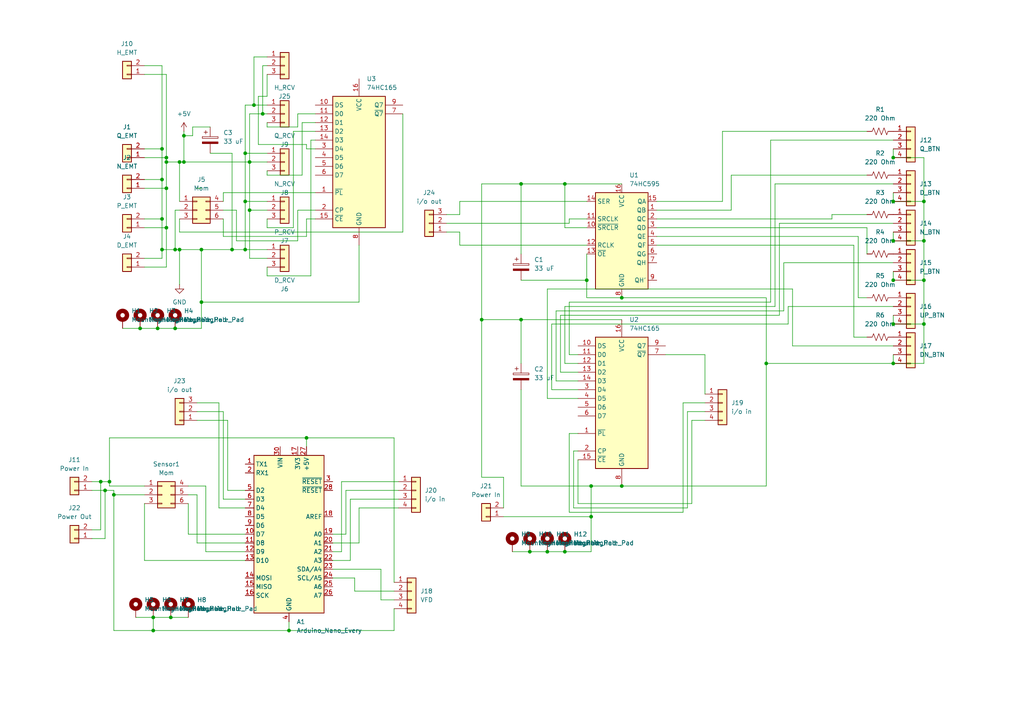
<source format=kicad_sch>
(kicad_sch (version 20250114) (generator "eeschema") (generator_version "9.0")
  (paper "A4")
  (lib_symbols
    (symbol "74xx:74HC165"
      (property "Reference" "U" (at -7.62 19.05 0))
      (property "Value" "74HC165" (at -7.62 -21.59 0))
      (symbol "74HC165_1_0"
        (pin input line (at -12.7 15.24 0) (length 5.08) (name "DS") (number "10"))
        (pin input line (at -12.7 12.7 0) (length 5.08) (name "D0") (number "11"))
        (pin input line (at -12.7 10.16 0) (length 5.08) (name "D1") (number "12"))
        (pin input line (at -12.7 7.62 0) (length 5.08) (name "D2") (number "13"))
        (pin input line (at -12.7 5.08 0) (length 5.08) (name "D3") (number "14"))
        (pin input line (at -12.7 2.54 0) (length 5.08) (name "D4") (number "3"))
        (pin input line (at -12.7 0 0) (length 5.08) (name "D5") (number "4"))
        (pin input line (at -12.7 -2.54 0) (length 5.08) (name "D6") (number "5"))
        (pin input line (at -12.7 -5.08 0) (length 5.08) (name "D7") (number "6"))
        (pin input line (at -12.7 -10.16 0) (length 5.08) (name "~{PL}") (number "1"))
        (pin input line (at -12.7 -15.24 0) (length 5.08) (name "CP") (number "2"))
        (pin input line (at -12.7 -17.78 0) (length 5.08) (name "~{CE}") (number "15"))
        (pin power_in line (at 0 22.86 270) (length 5.08) (name "VCC") (number "16"))
        (pin power_in line (at 0 -25.4 90) (length 5.08) (name "GND") (number "8"))
        (pin output line (at 12.7 15.24 180) (length 5.08) (name "Q7") (number "9"))
        (pin output line (at 12.7 12.7 180) (length 5.08) (name "~{Q7}") (number "7"))
      )
      (symbol "74HC165_1_1"
        (rectangle (start -7.62 17.78) (end 7.62 -20.32) (stroke (width 0.254)) (fill (type background)))
      )
    )
    (symbol "74xx:74HC595"
      (property "Reference" "U" (at -7.62 13.97 0))
      (property "Value" "74HC595" (at -7.62 -16.51 0))
      (symbol "74HC595_1_0"
        (pin input line (at -10.16 10.16 0) (length 2.54) (name "SER") (number "14"))
        (pin input line (at -10.16 5.08 0) (length 2.54) (name "SRCLK") (number "11"))
        (pin input line (at -10.16 2.54 0) (length 2.54) (name "~{SRCLR}") (number "10"))
        (pin input line (at -10.16 -2.54 0) (length 2.54) (name "RCLK") (number "12"))
        (pin input line (at -10.16 -5.08 0) (length 2.54) (name "~{OE}") (number "13"))
        (pin power_in line (at 0 15.24 270) (length 2.54) (name "VCC") (number "16"))
        (pin power_in line (at 0 -17.78 90) (length 2.54) (name "GND") (number "8"))
        (pin tri_state line (at 10.16 10.16 180) (length 2.54) (name "QA") (number "15"))
        (pin tri_state line (at 10.16 7.62 180) (length 2.54) (name "QB") (number "1"))
        (pin tri_state line (at 10.16 5.08 180) (length 2.54) (name "QC") (number "2"))
        (pin tri_state line (at 10.16 2.54 180) (length 2.54) (name "QD") (number "3"))
        (pin tri_state line (at 10.16 0 180) (length 2.54) (name "QE") (number "4"))
        (pin tri_state line (at 10.16 -2.54 180) (length 2.54) (name "QF") (number "5"))
        (pin tri_state line (at 10.16 -5.08 180) (length 2.54) (name "QG") (number "6"))
        (pin tri_state line (at 10.16 -7.62 180) (length 2.54) (name "QH") (number "7"))
        (pin output line (at 10.16 -12.7 180) (length 2.54) (name "QH'") (number "9"))
      )
      (symbol "74HC595_1_1"
        (rectangle (start -7.62 12.7) (end 7.62 -15.24) (stroke (width 0.254)) (fill (type background)))
      )
    )
    (symbol "Conn_01x02_1" (pin_names (offset 1.016) (hide yes))
      (property "Reference" "J" (at 0 2.54 0))
      (property "Value" "Conn_01x02" (at 0 -5.08 0))
      (symbol "Conn_01x02_1_1_1"
        (rectangle (start -1.27 1.27) (end 1.27 -3.81) (stroke (width 0.254)) (fill (type background)))
        (rectangle (start -1.27 0.127) (end 0 -0.127) (stroke (width 0.1524)))
        (rectangle (start -1.27 -2.413) (end 0 -2.667) (stroke (width 0.1524)))
        (pin passive line (at -5.08 0 0) (length 3.81) (name "Pin_1") (number "1"))
        (pin passive line (at -5.08 -2.54 0) (length 3.81) (name "Pin_2") (number "2"))
      )
    )
    (symbol "Connector_Generic:Conn_01x02" (pin_names (offset 1.016) (hide yes))
      (property "Reference" "J" (at 0 2.54 0))
      (property "Value" "Conn_01x02" (at 0 -5.08 0))
      (symbol "Conn_01x02_1_1"
        (rectangle (start -1.27 1.27) (end 1.27 -3.81) (stroke (width 0.254)) (fill (type background)))
        (rectangle (start -1.27 0.127) (end 0 -0.127) (stroke (width 0.1524)))
        (rectangle (start -1.27 -2.413) (end 0 -2.667) (stroke (width 0.1524)))
        (pin passive line (at -5.08 0 0) (length 3.81) (name "Pin_1") (number "1"))
        (pin passive line (at -5.08 -2.54 0) (length 3.81) (name "Pin_2") (number "2"))
      )
    )
    (symbol "Connector_Generic:Conn_01x03" (pin_names (offset 1.016) (hide yes))
      (property "Reference" "J" (at 0 5.08 0))
      (property "Value" "Conn_01x03" (at 0 -5.08 0))
      (symbol "Conn_01x03_1_1"
        (rectangle (start -1.27 3.81) (end 1.27 -3.81) (stroke (width 0.254)) (fill (type background)))
        (rectangle (start -1.27 2.667) (end 0 2.413) (stroke (width 0.1524)))
        (rectangle (start -1.27 0.127) (end 0 -0.127) (stroke (width 0.1524)))
        (rectangle (start -1.27 -2.413) (end 0 -2.667) (stroke (width 0.1524)))
        (pin passive line (at -5.08 2.54 0) (length 3.81) (name "Pin_1") (number "1"))
        (pin passive line (at -5.08 0 0) (length 3.81) (name "Pin_2") (number "2"))
        (pin passive line (at -5.08 -2.54 0) (length 3.81) (name "Pin_3") (number "3"))
      )
    )
    (symbol "Connector_Generic:Conn_01x04" (pin_names (offset 1.016) (hide yes))
      (property "Reference" "J" (at 0 5.08 0))
      (property "Value" "Conn_01x04" (at 0 -7.62 0))
      (symbol "Conn_01x04_1_1"
        (rectangle (start -1.27 3.81) (end 1.27 -6.35) (stroke (width 0.254)) (fill (type background)))
        (rectangle (start -1.27 2.667) (end 0 2.413) (stroke (width 0.1524)))
        (rectangle (start -1.27 0.127) (end 0 -0.127) (stroke (width 0.1524)))
        (rectangle (start -1.27 -2.413) (end 0 -2.667) (stroke (width 0.1524)))
        (rectangle (start -1.27 -4.953) (end 0 -5.207) (stroke (width 0.1524)))
        (pin passive line (at -5.08 2.54 0) (length 3.81) (name "Pin_1") (number "1"))
        (pin passive line (at -5.08 0 0) (length 3.81) (name "Pin_2") (number "2"))
        (pin passive line (at -5.08 -2.54 0) (length 3.81) (name "Pin_3") (number "3"))
        (pin passive line (at -5.08 -5.08 0) (length 3.81) (name "Pin_4") (number "4"))
      )
    )
    (symbol "Connector_Generic:Conn_02x03_Top_Bottom" (pin_names (offset 1.016) (hide yes))
      (property "Reference" "J" (at 1.27 5.08 0))
      (property "Value" "Conn_02x03_Top_Bottom" (at 1.27 -5.08 0))
      (symbol "Conn_02x03_Top_Bottom_1_1"
        (rectangle (start -1.27 3.81) (end 3.81 -3.81) (stroke (width 0.254)) (fill (type background)))
        (rectangle (start -1.27 2.667) (end 0 2.413) (stroke (width 0.1524)))
        (rectangle (start -1.27 0.127) (end 0 -0.127) (stroke (width 0.1524)))
        (rectangle (start -1.27 -2.413) (end 0 -2.667) (stroke (width 0.1524)))
        (rectangle (start 3.81 2.667) (end 2.54 2.413) (stroke (width 0.1524)))
        (rectangle (start 3.81 0.127) (end 2.54 -0.127) (stroke (width 0.1524)))
        (rectangle (start 3.81 -2.413) (end 2.54 -2.667) (stroke (width 0.1524)))
        (pin passive line (at -5.08 2.54 0) (length 3.81) (name "Pin_1") (number "1"))
        (pin passive line (at -5.08 0 0) (length 3.81) (name "Pin_2") (number "2"))
        (pin passive line (at -5.08 -2.54 0) (length 3.81) (name "Pin_3") (number "3"))
        (pin passive line (at 7.62 2.54 180) (length 3.81) (name "Pin_4") (number "4"))
        (pin passive line (at 7.62 0 180) (length 3.81) (name "Pin_5") (number "5"))
        (pin passive line (at 7.62 -2.54 180) (length 3.81) (name "Pin_6") (number "6"))
      )
    )
    (symbol "Device:C_Polarized" (pin_numbers (hide yes)) (pin_names (offset 0.254))
      (property "Reference" "C" (at 0.635 2.54 0))
      (property "Value" "C_Polarized" (at 0.635 -2.54 0))
      (symbol "C_Polarized_0_1"
        (rectangle (start -2.286 0.508) (end 2.286 1.016))
        (polyline (pts (xy -1.778 2.286) (xy -0.762 2.286)))
        (polyline (pts (xy -1.27 2.794) (xy -1.27 1.778)))
        (rectangle (start 2.286 -0.508) (end -2.286 -1.016) (fill (type outline)))
      )
      (symbol "C_Polarized_1_1"
        (pin passive line (at 0 3.81 270) (length 2.794) (name "~") (number "1"))
        (pin passive line (at 0 -3.81 90) (length 2.794) (name "~") (number "2"))
      )
    )
    (symbol "Device:R_US" (pin_numbers (hide yes)) (pin_names (offset 0))
      (property "Reference" "R" (at 2.54 0 90))
      (property "Value" "R_US" (at -2.54 0 90))
      (symbol "R_US_0_1"
        (polyline (pts (xy 0 2.286) (xy 0 2.54)))
        (polyline (pts (xy 0 2.286) (xy 1.016 1.905) (xy 0 1.524) (xy -1.016 1.143) (xy 0 0.762)))
        (polyline (pts (xy 0 0.762) (xy 1.016 0.381) (xy 0 0) (xy -1.016 -0.381) (xy 0 -0.762)))
        (polyline (pts (xy 0 -0.762) (xy 1.016 -1.143) (xy 0 -1.524) (xy -1.016 -1.905) (xy 0 -2.286)))
        (polyline (pts (xy 0 -2.286) (xy 0 -2.54)))
      )
      (symbol "R_US_1_1"
        (pin passive line (at 0 3.81 270) (length 1.27) (name "~") (number "1"))
        (pin passive line (at 0 -3.81 90) (length 1.27) (name "~") (number "2"))
      )
    )
    (symbol "MCU_Module:Arduino_Nano_Every"
      (property "Reference" "A" (at -10.16 23.495 0))
      (property "Value" "Arduino_Nano_Every" (at 5.08 -24.13 0))
      (symbol "Arduino_Nano_Every_0_1"
        (rectangle (start -10.16 22.86) (end 10.16 -22.86) (stroke (width 0.254)) (fill (type background)))
      )
      (symbol "Arduino_Nano_Every_1_1"
        (pin bidirectional line (at -12.7 20.32 0) (length 2.54) (name "TX1") (number "1"))
        (pin bidirectional line (at -12.7 17.78 0) (length 2.54) (name "RX1") (number "2"))
        (pin bidirectional line (at -12.7 12.7 0) (length 2.54) (name "D2") (number "5"))
        (pin bidirectional line (at -12.7 10.16 0) (length 2.54) (name "D3") (number "6"))
        (pin bidirectional line (at -12.7 7.62 0) (length 2.54) (name "D4") (number "7"))
        (pin bidirectional line (at -12.7 5.08 0) (length 2.54) (name "D5") (number "8"))
        (pin bidirectional line (at -12.7 2.54 0) (length 2.54) (name "D6") (number "9"))
        (pin bidirectional line (at -12.7 0 0) (length 2.54) (name "D7") (number "10"))
        (pin bidirectional line (at -12.7 -2.54 0) (length 2.54) (name "D8") (number "11"))
        (pin bidirectional line (at -12.7 -5.08 0) (length 2.54) (name "D9") (number "12"))
        (pin bidirectional line (at -12.7 -7.62 0) (length 2.54) (name "D10") (number "13"))
        (pin bidirectional line (at -12.7 -12.7 0) (length 2.54) (name "MOSI") (number "14"))
        (pin bidirectional line (at -12.7 -15.24 0) (length 2.54) (name "MISO") (number "15"))
        (pin bidirectional line (at -12.7 -17.78 0) (length 2.54) (name "SCK") (number "16"))
        (pin power_in line (at -2.54 25.4 270) (length 2.54) (name "VIN") (number "30"))
        (pin passive line (at 0 -25.4 90) (length 2.54) (hide yes) (name "GND") (number "29"))
        (pin power_in line (at 0 -25.4 90) (length 2.54) (name "GND") (number "4"))
        (pin power_out line (at 2.54 25.4 270) (length 2.54) (name "3V3") (number "17"))
        (pin power_out line (at 5.08 25.4 270) (length 2.54) (name "+5V") (number "27"))
        (pin input line (at 12.7 15.24 180) (length 2.54) (name "~{RESET}") (number "3"))
        (pin input line (at 12.7 12.7 180) (length 2.54) (name "~{RESET}") (number "28"))
        (pin input line (at 12.7 5.08 180) (length 2.54) (name "AREF") (number "18"))
        (pin bidirectional line (at 12.7 0 180) (length 2.54) (name "A0") (number "19"))
        (pin bidirectional line (at 12.7 -2.54 180) (length 2.54) (name "A1") (number "20"))
        (pin bidirectional line (at 12.7 -5.08 180) (length 2.54) (name "A2") (number "21"))
        (pin bidirectional line (at 12.7 -7.62 180) (length 2.54) (name "A3") (number "22"))
        (pin bidirectional line (at 12.7 -10.16 180) (length 2.54) (name "SDA/A4") (number "23"))
        (pin bidirectional line (at 12.7 -12.7 180) (length 2.54) (name "SCL/A5") (number "24"))
        (pin bidirectional line (at 12.7 -15.24 180) (length 2.54) (name "A6") (number "25"))
        (pin bidirectional line (at 12.7 -17.78 180) (length 2.54) (name "A7") (number "26"))
      )
    )
    (symbol "Mechanical:MountingHole_Pad" (pin_numbers (hide yes)) (pin_names (offset 1.016) (hide yes)) (exclude_from_sim yes) (in_bom no)
      (property "Reference" "H" (at 0 6.35 0))
      (property "Value" "MountingHole_Pad" (at 0 4.445 0))
      (symbol "MountingHole_Pad_0_1"
        (circle (center 0 1.27) (radius 1.27) (stroke (width 1.27)))
      )
      (symbol "MountingHole_Pad_1_1"
        (pin input line (at 0 -2.54 90) (length 2.54) (name "1") (number "1"))
      )
    )
    (symbol "power:+5V" (power) (pin_numbers (hide yes)) (pin_names (offset 0) (hide yes))
      (property "Value" "+5V" (at 0 3.556 0))
      (symbol "+5V_0_1"
        (polyline (pts (xy -0.762 1.27) (xy 0 2.54)))
        (polyline (pts (xy 0 2.54) (xy 0.762 1.27)))
        (polyline (pts (xy 0 0) (xy 0 2.54)))
      )
      (symbol "+5V_1_1"
        (pin power_in line (at 0 0 90) (length 0) (name "~") (number "1"))
      )
    )
    (symbol "power:GND" (power) (pin_numbers (hide yes)) (pin_names (offset 0) (hide yes))
      (property "Value" "GND" (at 0 -3.81 0))
      (symbol "GND_0_1"
        (polyline (pts (xy 0 0) (xy 0 -1.27) (xy 1.27 -1.27) (xy 0 -2.54) (xy -1.27 -1.27) (xy 0 -1.27)))
      )
      (symbol "GND_1_1"
        (pin power_in line (at 0 0 270) (length 0) (name "~") (number "1"))
      )
    )
  )
  (junction (at 48.26 66.04))
  (junction (at 267.97 69.85))
  (junction (at 53.34 39.37))
  (junction (at 139.7 92.71))
  (junction (at 71.12 72.39))
  (junction (at 163.83 160.02))
  (junction (at 151.13 53.34))
  (junction (at 71.12 58.42))
  (junction (at 153.67 160.02))
  (junction (at 48.26 46.99))
  (junction (at 73.66 30.48))
  (junction (at 58.42 87.63))
  (junction (at 180.34 86.36))
  (junction (at 44.45 182.88))
  (junction (at 76.2 33.02))
  (junction (at 67.31 72.39))
  (junction (at 30.48 142.24))
  (junction (at 259.08 105.41))
  (junction (at 72.39 60.96))
  (junction (at 49.53 179.07))
  (junction (at 58.42 72.39))
  (junction (at 170.18 81.28))
  (junction (at 33.02 143.51))
  (junction (at 259.08 93.98))
  (junction (at 259.08 58.42))
  (junction (at 29.21 139.7))
  (junction (at 52.07 72.39))
  (junction (at 48.26 54.61))
  (junction (at 88.9 127))
  (junction (at 267.97 93.98))
  (junction (at 267.97 81.28))
  (junction (at 50.8 95.25))
  (junction (at 259.08 45.72))
  (junction (at 171.45 140.97))
  (junction (at 45.72 95.25))
  (junction (at 46.99 43.18))
  (junction (at 72.39 46.99))
  (junction (at 259.08 81.28))
  (junction (at 83.82 182.88))
  (junction (at 46.99 52.07))
  (junction (at 171.45 149.86))
  (junction (at 46.99 72.39))
  (junction (at 40.64 95.25))
  (junction (at 163.83 53.34))
  (junction (at 31.75 139.7))
  (junction (at 44.45 179.07))
  (junction (at 180.34 140.97))
  (junction (at 52.07 46.99))
  (junction (at 50.8 72.39))
  (junction (at 53.34 46.99))
  (junction (at 48.26 45.72))
  (junction (at 151.13 92.71))
  (junction (at 46.99 63.5))
  (junction (at 71.12 44.45))
  (junction (at 267.97 58.42))
  (junction (at 259.08 69.85))
  (junction (at 158.75 160.02))
  (junction (at 222.25 105.41))
  (wire (pts (xy 96.52 162.56) (xy 101.6 162.56)))
  (wire (pts (xy 64.77 68.58) (xy 64.77 63.5)))
  (wire (pts (xy 88.9 41.91) (xy 88.9 43.18)))
  (wire (pts (xy 165.1 125.73) (xy 165.1 148.59)))
  (wire (pts (xy 133.35 71.12) (xy 133.35 67.31)))
  (wire (pts (xy 76.2 19.05) (xy 76.2 33.02)))
  (wire (pts (xy 167.64 105.41) (xy 163.83 105.41)))
  (wire (pts (xy 228.6 88.9) (xy 228.6 93.98)))
  (wire (pts (xy 26.67 156.21) (xy 30.48 156.21)))
  (wire (pts (xy 44.45 179.07) (xy 44.45 182.88)))
  (wire (pts (xy 199.39 147.32) (xy 199.39 119.38)))
  (wire (pts (xy 209.55 58.42) (xy 209.55 38.1)))
  (wire (pts (xy 64.77 144.78) (xy 71.12 144.78)))
  (wire (pts (xy 41.91 77.47) (xy 48.26 77.47)))
  (wire (pts (xy 86.36 36.83) (xy 86.36 33.02)))
  (wire (pts (xy 52.07 72.39) (xy 52.07 82.55)))
  (wire (pts (xy 222.25 86.36) (xy 180.34 86.36)))
  (wire (pts (xy 30.48 156.21) (xy 30.48 142.24)))
  (wire (pts (xy 50.8 95.25) (xy 58.42 95.25)))
  (wire (pts (xy 77.47 58.42) (xy 71.12 58.42)))
  (wire (pts (xy 151.13 92.71) (xy 180.34 92.71)))
  (wire (pts (xy 96.52 157.48) (xy 104.14 157.48)))
  (wire (pts (xy 41.91 43.18) (xy 46.99 43.18)))
  (wire (pts (xy 67.31 72.39) (xy 58.42 72.39)))
  (wire (pts (xy 259.08 67.31) (xy 259.08 69.85)))
  (wire (pts (xy 77.47 80.01) (xy 77.47 77.47)))
  (wire (pts (xy 66.04 121.92) (xy 57.15 121.92)))
  (wire (pts (xy 63.5 147.32) (xy 63.5 116.84)))
  (wire (pts (xy 226.06 91.44) (xy 162.56 91.44)))
  (wire (pts (xy 267.97 105.41) (xy 259.08 105.41)))
  (wire (pts (xy 148.59 160.02) (xy 153.67 160.02)))
  (wire (pts (xy 101.6 162.56) (xy 101.6 144.78)))
  (wire (pts (xy 267.97 81.28) (xy 267.97 93.98)))
  (wire (pts (xy 139.7 138.43) (xy 146.05 138.43)))
  (wire (pts (xy 259.08 88.9) (xy 228.6 88.9)))
  (wire (pts (xy 52.07 46.99) (xy 53.34 46.99)))
  (wire (pts (xy 267.97 69.85) (xy 259.08 69.85)))
  (wire (pts (xy 48.26 45.72) (xy 48.26 46.99)))
  (wire (pts (xy 88.9 68.58) (xy 64.77 68.58)))
  (wire (pts (xy 44.45 179.07) (xy 49.53 179.07)))
  (wire (pts (xy 64.77 119.38) (xy 64.77 144.78)))
  (wire (pts (xy 46.99 74.93) (xy 46.99 72.39)))
  (wire (pts (xy 31.75 127) (xy 88.9 127)))
  (wire (pts (xy 171.45 140.97) (xy 180.34 140.97)))
  (wire (pts (xy 259.08 43.18) (xy 259.08 45.72)))
  (wire (pts (xy 104.14 147.32) (xy 115.57 147.32)))
  (wire (pts (xy 158.75 160.02) (xy 163.83 160.02)))
  (wire (pts (xy 170.18 58.42) (xy 133.35 58.42)))
  (wire (pts (xy 110.49 173.99) (xy 110.49 165.1)))
  (wire (pts (xy 133.35 58.42) (xy 133.35 62.23)))
  (wire (pts (xy 167.64 102.87) (xy 165.1 102.87)))
  (wire (pts (xy 259.08 78.74) (xy 259.08 81.28)))
  (wire (pts (xy 53.34 39.37) (xy 53.34 38.1)))
  (wire (pts (xy 59.69 140.97) (xy 59.69 160.02)))
  (wire (pts (xy 158.75 83.82) (xy 229.87 83.82)))
  (wire (pts (xy 71.12 30.48) (xy 71.12 44.45)))
  (wire (pts (xy 222.25 105.41) (xy 222.25 140.97)))
  (wire (pts (xy 139.7 92.71) (xy 151.13 92.71)))
  (wire (pts (xy 46.99 19.05) (xy 46.99 43.18)))
  (wire (pts (xy 35.56 95.25) (xy 40.64 95.25)))
  (wire (pts (xy 41.91 66.04) (xy 48.26 66.04)))
  (wire (pts (xy 77.47 35.56) (xy 77.47 36.83)))
  (wire (pts (xy 31.75 140.97) (xy 41.91 140.97)))
  (wire (pts (xy 50.8 60.96) (xy 50.8 72.39)))
  (wire (pts (xy 165.1 148.59) (xy 198.12 148.59)))
  (wire (pts (xy 85.09 38.1) (xy 91.44 38.1)))
  (wire (pts (xy 163.83 53.34) (xy 180.34 53.34)))
  (wire (pts (xy 54.61 146.05) (xy 54.61 154.94)))
  (wire (pts (xy 167.64 110.49) (xy 161.29 110.49)))
  (wire (pts (xy 165.1 87.63) (xy 223.52 87.63)))
  (wire (pts (xy 33.02 143.51) (xy 33.02 182.88)))
  (wire (pts (xy 74.93 27.94) (xy 74.93 41.91)))
  (wire (pts (xy 163.83 88.9) (xy 224.79 88.9)))
  (wire (pts (xy 151.13 81.28) (xy 170.18 81.28)))
  (wire (pts (xy 170.18 73.66) (xy 170.18 81.28)))
  (wire (pts (xy 165.1 102.87) (xy 165.1 87.63)))
  (wire (pts (xy 77.47 50.8) (xy 87.63 50.8)))
  (wire (pts (xy 41.91 45.72) (xy 48.26 45.72)))
  (wire (pts (xy 71.12 72.39) (xy 67.31 72.39)))
  (wire (pts (xy 54.61 154.94) (xy 71.12 154.94)))
  (wire (pts (xy 85.09 66.04) (xy 85.09 38.1)))
  (wire (pts (xy 110.49 165.1) (xy 96.52 165.1)))
  (wire (pts (xy 133.35 67.31) (xy 129.54 67.31)))
  (wire (pts (xy 100.33 142.24) (xy 115.57 142.24)))
  (wire (pts (xy 162.56 91.44) (xy 162.56 107.95)))
  (wire (pts (xy 71.12 58.42) (xy 71.12 72.39)))
  (wire (pts (xy 223.52 40.64) (xy 259.08 40.64)))
  (wire (pts (xy 190.5 58.42) (xy 209.55 58.42)))
  (wire (pts (xy 165.1 63.5) (xy 170.18 63.5)))
  (wire (pts (xy 77.47 74.93) (xy 72.39 74.93)))
  (wire (pts (xy 160.02 113.03) (xy 167.64 113.03)))
  (wire (pts (xy 71.12 44.45) (xy 71.12 58.42)))
  (wire (pts (xy 167.64 130.81) (xy 166.37 130.81)))
  (wire (pts (xy 77.47 27.94) (xy 74.93 27.94)))
  (wire (pts (xy 223.52 87.63) (xy 223.52 40.64)))
  (wire (pts (xy 229.87 83.82) (xy 229.87 100.33)))
  (wire (pts (xy 86.36 69.85) (xy 86.36 60.96)))
  (wire (pts (xy 41.91 52.07) (xy 46.99 52.07)))
  (wire (pts (xy 83.82 180.34) (xy 83.82 182.88)))
  (wire (pts (xy 227.33 76.2) (xy 259.08 76.2)))
  (wire (pts (xy 66.04 142.24) (xy 71.12 142.24)))
  (wire (pts (xy 76.2 33.02) (xy 72.39 33.02)))
  (wire (pts (xy 52.07 63.5) (xy 52.07 67.31)))
  (wire (pts (xy 64.77 58.42) (xy 64.77 55.88)))
  (wire (pts (xy 52.07 46.99) (xy 52.07 58.42)))
  (wire (pts (xy 46.99 63.5) (xy 46.99 72.39)))
  (wire (pts (xy 88.9 43.18) (xy 91.44 43.18)))
  (wire (pts (xy 267.97 69.85) (xy 267.97 81.28)))
  (wire (pts (xy 77.47 44.45) (xy 71.12 44.45)))
  (wire (pts (xy 114.3 176.53) (xy 114.3 182.88)))
  (wire (pts (xy 129.54 62.23) (xy 133.35 62.23)))
  (wire (pts (xy 267.97 93.98) (xy 267.97 105.41)))
  (wire (pts (xy 104.14 157.48) (xy 104.14 147.32)))
  (wire (pts (xy 267.97 93.98) (xy 259.08 93.98)))
  (wire (pts (xy 166.37 147.32) (xy 199.39 147.32)))
  (wire (pts (xy 151.13 53.34) (xy 151.13 73.66)))
  (wire (pts (xy 151.13 92.71) (xy 151.13 105.41)))
  (wire (pts (xy 77.47 36.83) (xy 86.36 36.83)))
  (wire (pts (xy 31.75 139.7) (xy 31.75 140.97)))
  (wire (pts (xy 83.82 182.88) (xy 114.3 182.88)))
  (wire (pts (xy 248.92 86.36) (xy 251.46 86.36)))
  (wire (pts (xy 241.3 63.5) (xy 241.3 62.23)))
  (wire (pts (xy 167.64 115.57) (xy 158.75 115.57)))
  (wire (pts (xy 161.29 90.17) (xy 227.33 90.17)))
  (wire (pts (xy 146.05 138.43) (xy 146.05 147.32)))
  (wire (pts (xy 72.39 33.02) (xy 72.39 46.99)))
  (wire (pts (xy 53.34 46.99) (xy 53.34 39.37)))
  (wire (pts (xy 139.7 53.34) (xy 151.13 53.34)))
  (wire (pts (xy 77.47 49.53) (xy 77.47 50.8)))
  (wire (pts (xy 60.96 44.45) (xy 67.31 44.45)))
  (wire (pts (xy 88.9 127) (xy 88.9 129.54)))
  (wire (pts (xy 40.64 95.25) (xy 45.72 95.25)))
  (wire (pts (xy 73.66 30.48) (xy 71.12 30.48)))
  (wire (pts (xy 45.72 95.25) (xy 50.8 95.25)))
  (wire (pts (xy 72.39 46.99) (xy 72.39 60.96)))
  (wire (pts (xy 52.07 67.31) (xy 116.84 67.31)))
  (wire (pts (xy 259.08 105.41) (xy 222.25 105.41)))
  (wire (pts (xy 247.65 71.12) (xy 247.65 97.79)))
  (wire (pts (xy 166.37 130.81) (xy 166.37 147.32)))
  (wire (pts (xy 26.67 153.67) (xy 29.21 153.67)))
  (wire (pts (xy 86.36 33.02) (xy 91.44 33.02)))
  (wire (pts (xy 259.08 45.72) (xy 267.97 45.72)))
  (wire (pts (xy 190.5 60.96) (xy 212.09 60.96)))
  (wire (pts (xy 73.66 16.51) (xy 77.47 16.51)))
  (wire (pts (xy 41.91 21.59) (xy 48.26 21.59)))
  (wire (pts (xy 212.09 60.96) (xy 212.09 50.8)))
  (wire (pts (xy 104.14 71.12) (xy 104.14 87.63)))
  (wire (pts (xy 60.96 36.83) (xy 55.88 36.83)))
  (wire (pts (xy 77.47 33.02) (xy 76.2 33.02)))
  (wire (pts (xy 77.47 46.99) (xy 72.39 46.99)))
  (wire (pts (xy 44.45 182.88) (xy 83.82 182.88)))
  (wire (pts (xy 151.13 140.97) (xy 171.45 140.97)))
  (wire (pts (xy 241.3 62.23) (xy 251.46 62.23)))
  (wire (pts (xy 204.47 102.87) (xy 204.47 114.3)))
  (wire (pts (xy 48.26 54.61) (xy 48.26 46.99)))
  (wire (pts (xy 57.15 54.61) (xy 58.42 54.61)))
  (wire (pts (xy 165.1 64.77) (xy 165.1 63.5)))
  (wire (pts (xy 167.64 146.05) (xy 200.66 146.05)))
  (wire (pts (xy 41.91 146.05) (xy 41.91 162.56)))
  (wire (pts (xy 163.83 105.41) (xy 163.83 88.9)))
  (wire (pts (xy 247.65 97.79) (xy 251.46 97.79)))
  (wire (pts (xy 58.42 87.63) (xy 58.42 72.39)))
  (wire (pts (xy 77.47 66.04) (xy 85.09 66.04)))
  (wire (pts (xy 77.47 30.48) (xy 73.66 30.48)))
  (wire (pts (xy 224.79 88.9) (xy 224.79 53.34)))
  (wire (pts (xy 55.88 36.83) (xy 55.88 39.37)))
  (wire (pts (xy 222.25 140.97) (xy 180.34 140.97)))
  (wire (pts (xy 114.3 127) (xy 114.3 168.91)))
  (wire (pts (xy 77.47 72.39) (xy 71.12 72.39)))
  (wire (pts (xy 209.55 38.1) (xy 251.46 38.1)))
  (wire (pts (xy 102.87 167.64) (xy 96.52 167.64)))
  (wire (pts (xy 259.08 55.88) (xy 259.08 58.42)))
  (wire (pts (xy 30.48 142.24) (xy 33.02 142.24)))
  (wire (pts (xy 160.02 93.98) (xy 160.02 113.03)))
  (wire (pts (xy 46.99 52.07) (xy 46.99 63.5)))
  (wire (pts (xy 31.75 127) (xy 31.75 139.7)))
  (wire (pts (xy 222.25 105.41) (xy 222.25 86.36)))
  (wire (pts (xy 58.42 72.39) (xy 52.07 72.39)))
  (wire (pts (xy 114.3 173.99) (xy 110.49 173.99)))
  (wire (pts (xy 26.67 142.24) (xy 30.48 142.24)))
  (wire (pts (xy 33.02 142.24) (xy 33.02 143.51)))
  (wire (pts (xy 251.46 66.04) (xy 190.5 66.04)))
  (wire (pts (xy 41.91 74.93) (xy 46.99 74.93)))
  (wire (pts (xy 74.93 41.91) (xy 88.9 41.91)))
  (wire (pts (xy 167.64 125.73) (xy 165.1 125.73)))
  (wire (pts (xy 190.5 71.12) (xy 247.65 71.12)))
  (wire (pts (xy 39.37 179.07) (xy 44.45 179.07)))
  (wire (pts (xy 48.26 77.47) (xy 48.26 66.04)))
  (wire (pts (xy 46.99 72.39) (xy 50.8 72.39)))
  (wire (pts (xy 33.02 182.88) (xy 44.45 182.88)))
  (wire (pts (xy 63.5 116.84) (xy 57.15 116.84)))
  (wire (pts (xy 200.66 121.92) (xy 204.47 121.92)))
  (wire (pts (xy 55.88 39.37) (xy 53.34 39.37)))
  (wire (pts (xy 229.87 100.33) (xy 259.08 100.33)))
  (wire (pts (xy 99.06 139.7) (xy 115.57 139.7)))
  (wire (pts (xy 68.58 60.96) (xy 68.58 69.85)))
  (wire (pts (xy 87.63 35.56) (xy 91.44 35.56)))
  (wire (pts (xy 267.97 58.42) (xy 259.08 58.42)))
  (wire (pts (xy 129.54 64.77) (xy 165.1 64.77)))
  (wire (pts (xy 161.29 110.49) (xy 161.29 90.17)))
  (wire (pts (xy 190.5 63.5) (xy 241.3 63.5)))
  (wire (pts (xy 104.14 87.63) (xy 58.42 87.63)))
  (wire (pts (xy 48.26 21.59) (xy 48.26 45.72)))
  (wire (pts (xy 91.44 63.5) (xy 88.9 63.5)))
  (wire (pts (xy 91.44 40.64) (xy 90.17 40.64)))
  (wire (pts (xy 114.3 171.45) (xy 102.87 171.45)))
  (wire (pts (xy 29.21 153.67) (xy 29.21 139.7)))
  (wire (pts (xy 48.26 46.99) (xy 52.07 46.99)))
  (wire (pts (xy 259.08 64.77) (xy 226.06 64.77)))
  (wire (pts (xy 267.97 58.42) (xy 267.97 69.85)))
  (wire (pts (xy 226.06 64.77) (xy 226.06 91.44)))
  (wire (pts (xy 88.9 127) (xy 114.3 127)))
  (wire (pts (xy 99.06 160.02) (xy 99.06 139.7)))
  (wire (pts (xy 77.47 19.05) (xy 76.2 19.05)))
  (wire (pts (xy 58.42 95.25) (xy 58.42 87.63)))
  (wire (pts (xy 54.61 143.51) (xy 57.15 143.51)))
  (wire (pts (xy 198.12 116.84) (xy 204.47 116.84)))
  (wire (pts (xy 163.83 66.04) (xy 163.83 53.34)))
  (wire (pts (xy 224.79 53.34) (xy 259.08 53.34)))
  (wire (pts (xy 100.33 154.94) (xy 100.33 142.24)))
  (wire (pts (xy 59.69 160.02) (xy 71.12 160.02)))
  (wire (pts (xy 41.91 143.51) (xy 33.02 143.51)))
  (wire (pts (xy 228.6 93.98) (xy 160.02 93.98)))
  (wire (pts (xy 139.7 92.71) (xy 139.7 53.34)))
  (wire (pts (xy 171.45 149.86) (xy 171.45 140.97)))
  (wire (pts (xy 212.09 50.8) (xy 251.46 50.8)))
  (wire (pts (xy 167.64 133.35) (xy 167.64 146.05)))
  (wire (pts (xy 170.18 81.28) (xy 170.18 86.36)))
  (wire (pts (xy 64.77 55.88) (xy 91.44 55.88)))
  (wire (pts (xy 66.04 142.24) (xy 66.04 121.92)))
  (wire (pts (xy 198.12 148.59) (xy 198.12 116.84)))
  (wire (pts (xy 57.15 143.51) (xy 57.15 157.48)))
  (wire (pts (xy 267.97 45.72) (xy 267.97 58.42)))
  (wire (pts (xy 193.04 102.87) (xy 204.47 102.87)))
  (wire (pts (xy 227.33 90.17) (xy 227.33 76.2)))
  (wire (pts (xy 48.26 66.04) (xy 48.26 54.61)))
  (wire (pts (xy 139.7 92.71) (xy 139.7 138.43)))
  (wire (pts (xy 26.67 139.7) (xy 29.21 139.7)))
  (wire (pts (xy 158.75 115.57) (xy 158.75 83.82)))
  (wire (pts (xy 72.39 46.99) (xy 53.34 46.99)))
  (wire (pts (xy 170.18 66.04) (xy 163.83 66.04)))
  (wire (pts (xy 90.17 80.01) (xy 77.47 80.01)))
  (wire (pts (xy 52.07 60.96) (xy 50.8 60.96)))
  (wire (pts (xy 163.83 160.02) (xy 171.45 160.02)))
  (wire (pts (xy 49.53 179.07) (xy 54.61 179.07)))
  (wire (pts (xy 88.9 63.5) (xy 88.9 68.58)))
  (wire (pts (xy 57.15 119.38) (xy 64.77 119.38)))
  (wire (pts (xy 162.56 107.95) (xy 167.64 107.95)))
  (wire (pts (xy 267.97 81.28) (xy 259.08 81.28)))
  (wire (pts (xy 68.58 69.85) (xy 86.36 69.85)))
  (wire (pts (xy 151.13 113.03) (xy 151.13 140.97)))
  (wire (pts (xy 67.31 44.45) (xy 67.31 72.39)))
  (wire (pts (xy 259.08 91.44) (xy 259.08 93.98)))
  (wire (pts (xy 170.18 86.36) (xy 180.34 86.36)))
  (wire (pts (xy 170.18 71.12) (xy 133.35 71.12)))
  (wire (pts (xy 77.47 63.5) (xy 77.47 66.04)))
  (wire (pts (xy 41.91 19.05) (xy 46.99 19.05)))
  (wire (pts (xy 146.05 149.86) (xy 171.45 149.86)))
  (wire (pts (xy 41.91 162.56) (xy 71.12 162.56)))
  (wire (pts (xy 96.52 160.02) (xy 99.06 160.02)))
  (wire (pts (xy 153.67 160.02) (xy 158.75 160.02)))
  (wire (pts (xy 171.45 149.86) (xy 171.45 160.02)))
  (wire (pts (xy 50.8 72.39) (xy 52.07 72.39)))
  (wire (pts (xy 54.61 140.97) (xy 59.69 140.97)))
  (wire (pts (xy 41.91 54.61) (xy 48.26 54.61)))
  (wire (pts (xy 199.39 119.38) (xy 204.47 119.38)))
  (wire (pts (xy 46.99 43.18) (xy 46.99 52.07)))
  (wire (pts (xy 248.92 68.58) (xy 248.92 86.36)))
  (wire (pts (xy 190.5 68.58) (xy 248.92 68.58)))
  (wire (pts (xy 90.17 40.64) (xy 90.17 80.01)))
  (wire (pts (xy 96.52 154.94) (xy 100.33 154.94)))
  (wire (pts (xy 64.77 60.96) (xy 68.58 60.96)))
  (wire (pts (xy 72.39 60.96) (xy 72.39 74.93)))
  (wire (pts (xy 57.15 157.48) (xy 71.12 157.48)))
  (wire (pts (xy 259.08 102.87) (xy 259.08 105.41)))
  (wire (pts (xy 77.47 21.59) (xy 77.47 27.94)))
  (wire (pts (xy 29.21 139.7) (xy 31.75 139.7)))
  (wire (pts (xy 102.87 171.45) (xy 102.87 167.64)))
  (wire (pts (xy 72.39 60.96) (xy 77.47 60.96)))
  (wire (pts (xy 86.36 60.96) (xy 91.44 60.96)))
  (wire (pts (xy 151.13 53.34) (xy 163.83 53.34)))
  (wire (pts (xy 71.12 147.32) (xy 63.5 147.32)))
  (wire (pts (xy 251.46 73.66) (xy 251.46 66.04)))
  (wire (pts (xy 200.66 146.05) (xy 200.66 121.92)))
  (wire (pts (xy 87.63 50.8) (xy 87.63 35.56)))
  (wire (pts (xy 116.84 67.31) (xy 116.84 33.02)))
  (wire (pts (xy 41.91 63.5) (xy 46.99 63.5)))
  (wire (pts (xy 101.6 144.78) (xy 115.57 144.78)))
  (wire (pts (xy 73.66 16.51) (xy 73.66 30.48)))
  (symbol (lib_id "Mechanical:MountingHole_Pad") (at 54.61 176.53 0) (unit 1) (exclude_from_sim yes) (in_bom no)
    (property "Reference" "H8" (at 57.15 173.9899 0) (effects (justify left)))
    (property "Value" "MountingHole_Pad" (at 57.15 176.5299 0) (effects (justify left)))
    (property "Footprint" "MountingHole:MountingHole_3.2mm_M3_Pad_Via" (effects (hide yes)))
    (property "Description" "Mounting Hole with connection" (effects (hide yes)))
  )
  (symbol (lib_id "Connector_Generic:Conn_01x04") (at 264.16 76.2 0) (unit 1)
    (property "Reference" "J15" (at 266.7 76.1999 0) (effects (justify left)))
    (property "Value" "P_BTN" (at 266.7 78.7399 0) (effects (justify left)))
    (property "Footprint" "Connector_JST:JST_XH_B4B-XH-A_1x04_P2.50mm_Vertical" (effects (hide yes)))
    (property "Description" "Generic connector, single row, 01x04, script generated (kicad-library-utils/schlib/autogen/connector/)" (effects (hide yes)))
  )
  (symbol (lib_id "Mechanical:MountingHole_Pad") (at 163.83 157.48 0) (unit 1) (exclude_from_sim yes) (in_bom no)
    (property "Reference" "H12" (at 166.37 154.9399 0) (effects (justify left)))
    (property "Value" "MountingHole_Pad" (at 166.37 157.4799 0) (effects (justify left)))
    (property "Footprint" "MountingHole:MountingHole_3.2mm_M3_Pad_Via" (effects (hide yes)))
    (property "Description" "Mounting Hole with connection" (effects (hide yes)))
  )
  (symbol (lib_id "74xx:74HC165") (at 180.34 115.57 0) (unit 1)
    (property "Reference" "U2" (at 182.5341 92.71 0) (effects (justify left)))
    (property "Value" "74HC165" (at 182.5341 95.25 0) (effects (justify left)))
    (property "Footprint" "Package_SO:SO-16_3.9x9.9mm_P1.27mm" (effects (hide yes)))
    (property "Datasheet" "https://assets.nexperia.com/documents/data-sheet/74HC_HCT165.pdf" (effects (hide yes)))
    (property "Description" "Shift Register, 8-bit, Parallel Load" (effects (hide yes)))
  )
  (symbol (lib_id "Connector_Generic:Conn_01x02") (at 36.83 54.61 180) (unit 1)
    (property "Reference" "J2" (at 36.83 45.72 0))
    (property "Value" "N_EMT" (at 36.83 48.26 0))
    (property "Footprint" "Connector_JST:JST_XH_B2B-XH-A_1x02_P2.50mm_Vertical" (effects (hide yes)))
    (property "Description" "Generic connector, single row, 01x02, script generated (kicad-library-utils/schlib/autogen/connector/)" (effects (hide yes)))
  )
  (symbol (lib_id "Connector_Generic:Conn_01x02") (at 36.83 77.47 180) (unit 1)
    (property "Reference" "J4" (at 36.83 68.58 0))
    (property "Value" "D_EMT" (at 36.83 71.12 0))
    (property "Footprint" "Connector_JST:JST_XH_B2B-XH-A_1x02_P2.50mm_Vertical" (effects (hide yes)))
    (property "Description" "Generic connector, single row, 01x02, script generated (kicad-library-utils/schlib/autogen/connector/)" (effects (hide yes)))
  )
  (symbol (lib_id "Connector_Generic:Conn_01x02") (at 36.83 21.59 180) (unit 1)
    (property "Reference" "J10" (at 36.83 12.7 0))
    (property "Value" "H_EMT" (at 36.83 15.24 0))
    (property "Footprint" "Connector_JST:JST_XH_B2B-XH-A_1x02_P2.50mm_Vertical" (effects (hide yes)))
    (property "Description" "Generic connector, single row, 01x02, script generated (kicad-library-utils/schlib/autogen/connector/)" (effects (hide yes)))
  )
  (symbol (lib_id "Mechanical:MountingHole_Pad") (at 40.64 92.71 0) (unit 1) (exclude_from_sim yes) (in_bom no)
    (property "Reference" "H2" (at 43.18 90.1699 0) (effects (justify left)))
    (property "Value" "MountingHole_Pad" (at 43.18 92.7099 0) (effects (justify left)))
    (property "Footprint" "MountingHole:MountingHole_3.2mm_M3_Pad_Via" (effects (hide yes)))
    (property "Description" "Mounting Hole with connection" (effects (hide yes)))
  )
  (symbol (lib_id "Mechanical:MountingHole_Pad") (at 50.8 92.71 0) (unit 1) (exclude_from_sim yes) (in_bom no)
    (property "Reference" "H4" (at 53.34 90.1699 0) (effects (justify left)))
    (property "Value" "MountingHole_Pad" (at 53.34 92.7099 0) (effects (justify left)))
    (property "Footprint" "MountingHole:MountingHole_3.2mm_M3_Pad_Via" (effects (hide yes)))
    (property "Description" "Mounting Hole with connection" (effects (hide yes)))
  )
  (symbol (lib_id "Device:C_Polarized") (at 151.13 77.47 0) (unit 1)
    (property "Reference" "C1" (at 154.94 75.3109 0) (effects (justify left)))
    (property "Value" "33 uF" (at 154.94 77.8509 0) (effects (justify left)))
    (property "Footprint" "Capacitor_THT:CP_Radial_D10.0mm_P5.00mm" (effects (hide yes)))
    (property "Description" "Polarized capacitor" (effects (hide yes)))
  )
  (symbol (lib_id "Mechanical:MountingHole_Pad") (at 153.67 157.48 0) (unit 1) (exclude_from_sim yes) (in_bom no)
    (property "Reference" "H10" (at 156.21 154.9399 0) (effects (justify left)))
    (property "Value" "MountingHole_Pad" (at 156.21 157.4799 0) (effects (justify left)))
    (property "Footprint" "MountingHole:MountingHole_3.2mm_M3_Pad_Via" (effects (hide yes)))
    (property "Description" "Mounting Hole with connection" (effects (hide yes)))
  )
  (symbol (lib_name "Conn_01x02_1") (lib_id "Connector_Generic:Conn_01x02") (at 36.83 45.72 180) (unit 1)
    (property "Reference" "J1" (at 36.83 36.83 0))
    (property "Value" "Q_EMT" (at 36.83 39.37 0))
    (property "Footprint" "Connector_JST:JST_XH_B2B-XH-A_1x02_P2.50mm_Vertical" (effects (hide yes)))
    (property "Description" "Generic connector, single row, 01x02, script generated (kicad-library-utils/schlib/autogen/connector/)" (effects (hide yes)))
  )
  (symbol (lib_id "Connector_Generic:Conn_02x03_Top_Bottom") (at 57.15 60.96 0) (unit 1)
    (property "Reference" "J5" (at 58.42 52.07 0))
    (property "Value" "Mom" (at 58.42 54.61 0))
    (property "Footprint" "Connector_JST:JST_XH_B6B-XH-A_1x06_P2.50mm_Vertical" (effects (hide yes)))
    (property "Description" "Generic connector, double row, 02x03, top/bottom pin numbering scheme (row 1: 1...pins_per_row, row2: pins_per_row+1 ... num_pins), script generated (kicad-library-utils/schlib/autogen/connector/)" (effects (hide yes)))
  )
  (symbol (lib_id "Connector_Generic:Conn_01x02") (at 140.97 149.86 180) (unit 1)
    (property "Reference" "J21" (at 140.97 140.97 0))
    (property "Value" "Power In" (at 140.97 143.51 0))
    (property "Footprint" "Connector_JST:JST_XH_B2B-XH-A_1x02_P2.50mm_Vertical" (effects (hide yes)))
    (property "Description" "Generic connector, single row, 01x02, script generated (kicad-library-utils/schlib/autogen/connector/)" (effects (hide yes)))
  )
  (symbol (lib_id "Mechanical:MountingHole_Pad") (at 158.75 157.48 0) (unit 1) (exclude_from_sim yes) (in_bom no)
    (property "Reference" "H11" (at 161.29 154.9399 0) (effects (justify left)))
    (property "Value" "MountingHole_Pad" (at 161.29 157.4799 0) (effects (justify left)))
    (property "Footprint" "MountingHole:MountingHole_3.2mm_M3_Pad_Via" (effects (hide yes)))
    (property "Description" "Mounting Hole with connection" (effects (hide yes)))
  )
  (symbol (lib_id "Connector_Generic:Conn_01x02") (at 36.83 66.04 180) (unit 1)
    (property "Reference" "J3" (at 36.83 57.15 0))
    (property "Value" "P_EMT" (at 36.83 59.69 0))
    (property "Footprint" "Connector_JST:JST_XH_B2B-XH-A_1x02_P2.50mm_Vertical" (effects (hide yes)))
    (property "Description" "Generic connector, single row, 01x02, script generated (kicad-library-utils/schlib/autogen/connector/)" (effects (hide yes)))
  )
  (symbol (lib_id "power:GND") (at 52.07 82.55 0) (unit 1)
    (property "Reference" "#PWR02" (effects (hide yes)))
    (property "Value" "GND" (at 52.07 87.63 0))
    (property "Description" "Power symbol creates a global label with name \"GND\" , ground" (effects (hide yes)))
  )
  (symbol (lib_id "74xx:74HC595") (at 180.34 68.58 0) (unit 1)
    (property "Reference" "U1" (at 182.5341 50.8 0) (effects (justify left)))
    (property "Value" "74HC595" (at 182.5341 53.34 0) (effects (justify left)))
    (property "Footprint" "Package_SO:SO-16_3.9x9.9mm_P1.27mm" (effects (hide yes)))
    (property "Datasheet" "http://www.ti.com/lit/ds/symlink/sn74hc595.pdf" (effects (hide yes)))
    (property "Description" "8-bit serial in/out Shift Register 3-State Outputs" (effects (hide yes)))
  )
  (symbol (lib_id "Connector_Generic:Conn_01x04") (at 264.16 100.33 0) (unit 1)
    (property "Reference" "J17" (at 266.7 100.3299 0) (effects (justify left)))
    (property "Value" "DN_BTN" (at 266.7 102.8699 0) (effects (justify left)))
    (property "Footprint" "Connector_JST:JST_XH_B4B-XH-A_1x04_P2.50mm_Vertical" (effects (hide yes)))
    (property "Description" "Generic connector, single row, 01x04, script generated (kicad-library-utils/schlib/autogen/connector/)" (effects (hide yes)))
  )
  (symbol (lib_id "Device:R_US") (at 255.27 62.23 270) (unit 1)
    (property "Reference" "R3" (at 255.27 55.88 90))
    (property "Value" "220 Ohm" (at 255.27 58.42 90))
    (property "Footprint" "Resistor_THT:R_Axial_DIN0204_L3.6mm_D1.6mm_P5.08mm_Vertical" (effects (hide yes)))
    (property "Description" "Resistor, US symbol" (effects (hide yes)))
  )
  (symbol (lib_id "Connector_Generic:Conn_01x03") (at 82.55 60.96 0) (unit 1)
    (property "Reference" "J7" (at 82.55 69.85 0))
    (property "Value" "P_RCV" (at 82.55 67.31 0))
    (property "Footprint" "Connector_JST:JST_XH_B3B-XH-A_1x03_P2.50mm_Vertical" (effects (hide yes)))
    (property "Description" "Generic connector, single row, 01x03, script generated (kicad-library-utils/schlib/autogen/connector/)" (effects (hide yes)))
  )
  (symbol (lib_id "74xx:74HC165") (at 104.14 45.72 0) (unit 1)
    (property "Reference" "U3" (at 106.3341 22.86 0) (effects (justify left)))
    (property "Value" "74HC165" (at 106.3341 25.4 0) (effects (justify left)))
    (property "Footprint" "Package_SO:SO-16_3.9x9.9mm_P1.27mm" (effects (hide yes)))
    (property "Datasheet" "https://assets.nexperia.com/documents/data-sheet/74HC_HCT165.pdf" (effects (hide yes)))
    (property "Description" "Shift Register, 8-bit, Parallel Load" (effects (hide yes)))
  )
  (symbol (lib_id "Connector_Generic:Conn_01x02") (at 21.59 156.21 180) (unit 1)
    (property "Reference" "J22" (at 21.59 147.32 0))
    (property "Value" "Power Out" (at 21.59 149.86 0))
    (property "Footprint" "Connector_JST:JST_XH_B2B-XH-A_1x02_P2.50mm_Vertical" (effects (hide yes)))
    (property "Description" "Generic connector, single row, 01x02, script generated (kicad-library-utils/schlib/autogen/connector/)" (effects (hide yes)))
  )
  (symbol (lib_id "Connector_Generic:Conn_01x04") (at 264.16 88.9 0) (unit 1)
    (property "Reference" "J16" (at 266.7 88.8999 0) (effects (justify left)))
    (property "Value" "UP_BTN" (at 266.7 91.4399 0) (effects (justify left)))
    (property "Footprint" "Connector_JST:JST_XH_B4B-XH-A_1x04_P2.50mm_Vertical" (effects (hide yes)))
    (property "Description" "Generic connector, single row, 01x04, script generated (kicad-library-utils/schlib/autogen/connector/)" (effects (hide yes)))
  )
  (symbol (lib_id "Connector_Generic:Conn_01x04") (at 119.38 171.45 0) (unit 1)
    (property "Reference" "J18" (at 121.92 171.4499 0) (effects (justify left)))
    (property "Value" "VFD" (at 121.92 173.9899 0) (effects (justify left)))
    (property "Footprint" "Connector_JST:JST_XH_B4B-XH-A_1x04_P2.50mm_Vertical" (effects (hide yes)))
    (property "Description" "Generic connector, single row, 01x04, script generated (kicad-library-utils/schlib/autogen/connector/)" (effects (hide yes)))
  )
  (symbol (lib_id "MCU_Module:Arduino_Nano_Every") (at 83.82 154.94 0) (unit 1)
    (property "Reference" "A1" (at 86.0141 180.34 0) (effects (justify left)))
    (property "Value" "Arduino_Nano_Every" (at 86.0141 182.88 0) (effects (justify left)))
    (property "Footprint" "Module:Arduino_Nano" (effects (hide yes)))
    (property "Datasheet" "https://content.arduino.cc/assets/NANOEveryV3.0_sch.pdf" (effects (hide yes)))
    (property "Description" "Arduino Nano Every" (effects (hide yes)))
  )
  (symbol (lib_id "Mechanical:MountingHole_Pad") (at 44.45 176.53 0) (unit 1) (exclude_from_sim yes) (in_bom no)
    (property "Reference" "H6" (at 46.99 173.9899 0) (effects (justify left)))
    (property "Value" "MountingHole_Pad" (at 46.99 176.5299 0) (effects (justify left)))
    (property "Footprint" "MountingHole:MountingHole_3.2mm_M3_Pad_Via" (effects (hide yes)))
    (property "Description" "Mounting Hole with connection" (effects (hide yes)))
  )
  (symbol (lib_id "Connector_Generic:Conn_01x04") (at 264.16 53.34 0) (unit 1)
    (property "Reference" "J13" (at 266.7 53.3399 0) (effects (justify left)))
    (property "Value" "D_BTN" (at 266.7 55.8799 0) (effects (justify left)))
    (property "Footprint" "Connector_JST:JST_XH_B4B-XH-A_1x04_P2.50mm_Vertical" (effects (hide yes)))
    (property "Description" "Generic connector, single row, 01x04, script generated (kicad-library-utils/schlib/autogen/connector/)" (effects (hide yes)))
  )
  (symbol (lib_id "Connector_Generic:Conn_01x02") (at 21.59 142.24 180) (unit 1)
    (property "Reference" "J11" (at 21.59 133.35 0))
    (property "Value" "Power In" (at 21.59 135.89 0))
    (property "Footprint" "Connector_JST:JST_XH_B2B-XH-A_1x02_P2.50mm_Vertical" (effects (hide yes)))
    (property "Description" "Generic connector, single row, 01x02, script generated (kicad-library-utils/schlib/autogen/connector/)" (effects (hide yes)))
  )
  (symbol (lib_id "Connector_Generic:Conn_01x03") (at 124.46 64.77 180) (unit 1)
    (property "Reference" "J24" (at 124.46 55.88 0))
    (property "Value" "i/o out" (at 124.46 58.42 0))
    (property "Footprint" "Connector_JST:JST_XH_B3B-XH-A_1x03_P2.50mm_Vertical" (effects (hide yes)))
    (property "Description" "Generic connector, single row, 01x03, script generated (kicad-library-utils/schlib/autogen/connector/)" (effects (hide yes)))
  )
  (symbol (lib_id "Connector_Generic:Conn_01x03") (at 52.07 119.38 180) (unit 1)
    (property "Reference" "J23" (at 52.07 110.49 0))
    (property "Value" "i/o out" (at 52.07 113.03 0))
    (property "Footprint" "Connector_JST:JST_XH_B3B-XH-A_1x03_P2.50mm_Vertical" (effects (hide yes)))
    (property "Description" "Generic connector, single row, 01x03, script generated (kicad-library-utils/schlib/autogen/connector/)" (effects (hide yes)))
  )
  (symbol (lib_id "Device:R_US") (at 255.27 73.66 270) (unit 1)
    (property "Reference" "R4" (at 255.27 67.31 90))
    (property "Value" "220 Ohm" (at 255.27 69.85 90))
    (property "Footprint" "Resistor_THT:R_Axial_DIN0204_L3.6mm_D1.6mm_P5.08mm_Vertical" (effects (hide yes)))
    (property "Description" "Resistor, US symbol" (effects (hide yes)))
  )
  (symbol (lib_id "Connector_Generic:Conn_01x03") (at 82.55 46.99 0) (unit 1)
    (property "Reference" "J8" (at 82.55 55.88 0))
    (property "Value" "N_RCV" (at 82.55 53.34 0))
    (property "Footprint" "Connector_JST:JST_XH_B3B-XH-A_1x03_P2.50mm_Vertical" (effects (hide yes)))
    (property "Description" "Generic connector, single row, 01x03, script generated (kicad-library-utils/schlib/autogen/connector/)" (effects (hide yes)))
  )
  (symbol (lib_id "power:+5V") (at 53.34 38.1 0) (unit 1)
    (property "Reference" "#PWR01" (effects (hide yes)))
    (property "Value" "+5V" (at 53.34 33.02 0))
    (property "Description" "Power symbol creates a global label with name \"+5V\"" (effects (hide yes)))
  )
  (symbol (lib_id "Connector_Generic:Conn_01x03") (at 82.55 33.02 0) (unit 1)
    (property "Reference" "J9" (at 82.55 41.91 0))
    (property "Value" "Q_RCV" (at 82.55 39.37 0))
    (property "Footprint" "Connector_JST:JST_XH_B3B-XH-A_1x03_P2.50mm_Vertical" (effects (hide yes)))
    (property "Description" "Generic connector, single row, 01x03, script generated (kicad-library-utils/schlib/autogen/connector/)" (effects (hide yes)))
  )
  (symbol (lib_id "Mechanical:MountingHole_Pad") (at 39.37 176.53 0) (unit 1) (exclude_from_sim yes) (in_bom no)
    (property "Reference" "H5" (at 41.91 173.9899 0) (effects (justify left)))
    (property "Value" "MountingHole_Pad" (at 41.91 176.5299 0) (effects (justify left)))
    (property "Footprint" "MountingHole:MountingHole_3.2mm_M3_Pad_Via" (effects (hide yes)))
    (property "Description" "Mounting Hole with connection" (effects (hide yes)))
  )
  (symbol (lib_id "Connector_Generic:Conn_01x04") (at 264.16 64.77 0) (unit 1)
    (property "Reference" "J14" (at 266.7 64.7699 0) (effects (justify left)))
    (property "Value" "N_BTN" (at 266.7 67.3099 0) (effects (justify left)))
    (property "Footprint" "Connector_JST:JST_XH_B4B-XH-A_1x04_P2.50mm_Vertical" (effects (hide yes)))
    (property "Description" "Generic connector, single row, 01x04, script generated (kicad-library-utils/schlib/autogen/connector/)" (effects (hide yes)))
  )
  (symbol (lib_id "Device:R_US") (at 255.27 38.1 270) (unit 1)
    (property "Reference" "R1" (at 255.27 31.75 90))
    (property "Value" "220 Ohm" (at 255.27 34.29 90))
    (property "Footprint" "Resistor_THT:R_Axial_DIN0204_L3.6mm_D1.6mm_P5.08mm_Vertical" (effects (hide yes)))
    (property "Description" "Resistor, US symbol" (effects (hide yes)))
  )
  (symbol (lib_id "Connector_Generic:Conn_01x03") (at 82.55 19.05 0) (unit 1)
    (property "Reference" "J25" (at 82.55 27.94 0))
    (property "Value" "H_RCV" (at 82.55 25.4 0))
    (property "Footprint" "Connector_JST:JST_XH_B3B-XH-A_1x03_P2.50mm_Vertical" (effects (hide yes)))
    (property "Description" "Generic connector, single row, 01x03, script generated (kicad-library-utils/schlib/autogen/connector/)" (effects (hide yes)))
  )
  (symbol (lib_id "Device:R_US") (at 255.27 86.36 270) (unit 1)
    (property "Reference" "R5" (at 255.27 80.01 90))
    (property "Value" "220 Ohm" (at 255.27 82.55 90))
    (property "Footprint" "Resistor_THT:R_Axial_DIN0204_L3.6mm_D1.6mm_P5.08mm_Vertical" (effects (hide yes)))
    (property "Description" "Resistor, US symbol" (effects (hide yes)))
  )
  (symbol (lib_id "Connector_Generic:Conn_01x04") (at 120.65 142.24 0) (unit 1)
    (property "Reference" "J20" (at 123.19 142.2399 0) (effects (justify left)))
    (property "Value" "i/o in" (at 123.19 144.7799 0) (effects (justify left)))
    (property "Footprint" "Connector_JST:JST_XH_B4B-XH-A_1x04_P2.50mm_Vertical" (effects (hide yes)))
    (property "Description" "Generic connector, single row, 01x04, script generated (kicad-library-utils/schlib/autogen/connector/)" (effects (hide yes)))
  )
  (symbol (lib_id "Connector_Generic:Conn_02x03_Top_Bottom") (at 46.99 143.51 0) (unit 1)
    (property "Reference" "Sensor1" (at 48.26 134.62 0))
    (property "Value" "Mom" (at 48.26 137.16 0))
    (property "Footprint" "Connector_JST:JST_XH_B6B-XH-A_1x06_P2.50mm_Vertical" (effects (hide yes)))
    (property "Description" "Generic connector, double row, 02x03, top/bottom pin numbering scheme (row 1: 1...pins_per_row, row2: pins_per_row+1 ... num_pins), script generated (kicad-library-utils/schlib/autogen/connector/)" (effects (hide yes)))
  )
  (symbol (lib_id "Mechanical:MountingHole_Pad") (at 35.56 92.71 0) (unit 1) (exclude_from_sim yes) (in_bom no)
    (property "Reference" "H1" (at 38.1 90.1699 0) (effects (justify left)))
    (property "Value" "MountingHole_Pad" (at 38.1 92.7099 0) (effects (justify left)))
    (property "Footprint" "MountingHole:MountingHole_3.2mm_M3_Pad_Via" (effects (hide yes)))
    (property "Description" "Mounting Hole with connection" (effects (hide yes)))
  )
  (symbol (lib_id "Connector_Generic:Conn_01x04") (at 209.55 116.84 0) (unit 1)
    (property "Reference" "J19" (at 212.09 116.8399 0) (effects (justify left)))
    (property "Value" "i/o in" (at 212.09 119.3799 0) (effects (justify left)))
    (property "Footprint" "Connector_JST:JST_XH_B4B-XH-A_1x04_P2.50mm_Vertical" (effects (hide yes)))
    (property "Description" "Generic connector, single row, 01x04, script generated (kicad-library-utils/schlib/autogen/connector/)" (effects (hide yes)))
  )
  (symbol (lib_id "Mechanical:MountingHole_Pad") (at 148.59 157.48 0) (unit 1) (exclude_from_sim yes) (in_bom no)
    (property "Reference" "H9" (at 151.13 154.9399 0) (effects (justify left)))
    (property "Value" "MountingHole_Pad" (at 151.13 157.4799 0) (effects (justify left)))
    (property "Footprint" "MountingHole:MountingHole_3.2mm_M3_Pad_Via" (effects (hide yes)))
    (property "Description" "Mounting Hole with connection" (effects (hide yes)))
  )
  (symbol (lib_id "Mechanical:MountingHole_Pad") (at 49.53 176.53 0) (unit 1) (exclude_from_sim yes) (in_bom no)
    (property "Reference" "H7" (at 52.07 173.9899 0) (effects (justify left)))
    (property "Value" "MountingHole_Pad" (at 52.07 176.5299 0) (effects (justify left)))
    (property "Footprint" "MountingHole:MountingHole_3.2mm_M3_Pad_Via" (effects (hide yes)))
    (property "Description" "Mounting Hole with connection" (effects (hide yes)))
  )
  (symbol (lib_id "Mechanical:MountingHole_Pad") (at 45.72 92.71 0) (unit 1) (exclude_from_sim yes) (in_bom no)
    (property "Reference" "H3" (at 48.26 90.1699 0) (effects (justify left)))
    (property "Value" "MountingHole_Pad" (at 48.26 92.7099 0) (effects (justify left)))
    (property "Footprint" "MountingHole:MountingHole_3.2mm_M3_Pad_Via" (effects (hide yes)))
    (property "Description" "Mounting Hole with connection" (effects (hide yes)))
  )
  (symbol (lib_id "Device:R_US") (at 255.27 97.79 270) (unit 1)
    (property "Reference" "R6" (at 255.27 91.44 90))
    (property "Value" "220 Ohm" (at 255.27 93.98 90))
    (property "Footprint" "Resistor_THT:R_Axial_DIN0204_L3.6mm_D1.6mm_P5.08mm_Vertical" (effects (hide yes)))
    (property "Description" "Resistor, US symbol" (effects (hide yes)))
  )
  (symbol (lib_id "Device:R_US") (at 255.27 50.8 270) (unit 1)
    (property "Reference" "R2" (at 255.27 44.45 90))
    (property "Value" "220 Ohm" (at 255.27 46.99 90))
    (property "Footprint" "Resistor_THT:R_Axial_DIN0204_L3.6mm_D1.6mm_P5.08mm_Vertical" (effects (hide yes)))
    (property "Description" "Resistor, US symbol" (effects (hide yes)))
  )
  (symbol (lib_id "Device:C_Polarized") (at 60.96 40.64 0) (unit 1)
    (property "Reference" "C3" (at 64.77 38.4809 0) (effects (justify left)))
    (property "Value" "33 uF" (at 64.77 41.0209 0) (effects (justify left)))
    (property "Footprint" "Capacitor_THT:CP_Radial_D10.0mm_P5.00mm" (effects (hide yes)))
    (property "Description" "Polarized capacitor" (effects (hide yes)))
  )
  (symbol (lib_id "Connector_Generic:Conn_01x03") (at 82.55 74.93 0) (unit 1)
    (property "Reference" "J6" (at 82.55 83.82 0))
    (property "Value" "D_RCV" (at 82.55 81.28 0))
    (property "Footprint" "Connector_JST:JST_XH_B3B-XH-A_1x03_P2.50mm_Vertical" (effects (hide yes)))
    (property "Description" "Generic connector, single row, 01x03, script generated (kicad-library-utils/schlib/autogen/connector/)" (effects (hide yes)))
  )
  (symbol (lib_id "Connector_Generic:Conn_01x04") (at 264.16 40.64 0) (unit 1)
    (property "Reference" "J12" (at 266.7 40.6399 0) (effects (justify left)))
    (property "Value" "Q_BTN" (at 266.7 43.1799 0) (effects (justify left)))
    (property "Footprint" "Connector_JST:JST_XH_B4B-XH-A_1x04_P2.50mm_Vertical" (effects (hide yes)))
    (property "Description" "Generic connector, single row, 01x04, script generated (kicad-library-utils/schlib/autogen/connector/)" (effects (hide yes)))
  )
  (symbol (lib_id "Device:C_Polarized") (at 151.13 109.22 0) (unit 1)
    (property "Reference" "C2" (at 154.94 107.0609 0) (effects (justify left)))
    (property "Value" "33 uF" (at 154.94 109.6009 0) (effects (justify left)))
    (property "Footprint" "Capacitor_THT:CP_Radial_D10.0mm_P5.00mm" (effects (hide yes)))
    (property "Description" "Polarized capacitor" (effects (hide yes)))
  )
)
</source>
